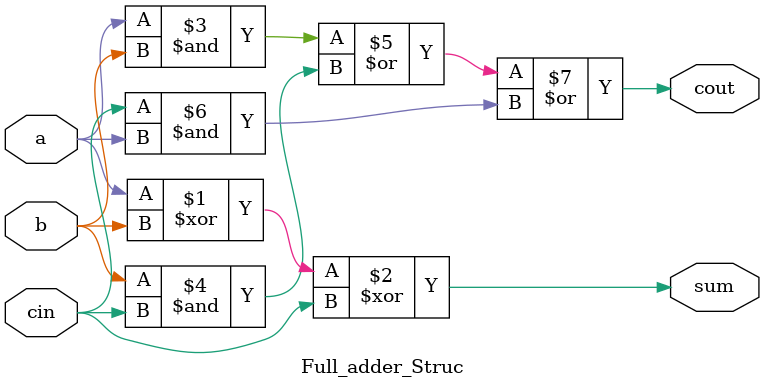
<source format=v>
module Full_adder_Struc(
    input a, b, cin,
    output sum, cout
    );

    assign sum = a ^ b ^ cin;
    assign cout = (a & b) | (b & cin) | (cin & a);
endmodule
</source>
